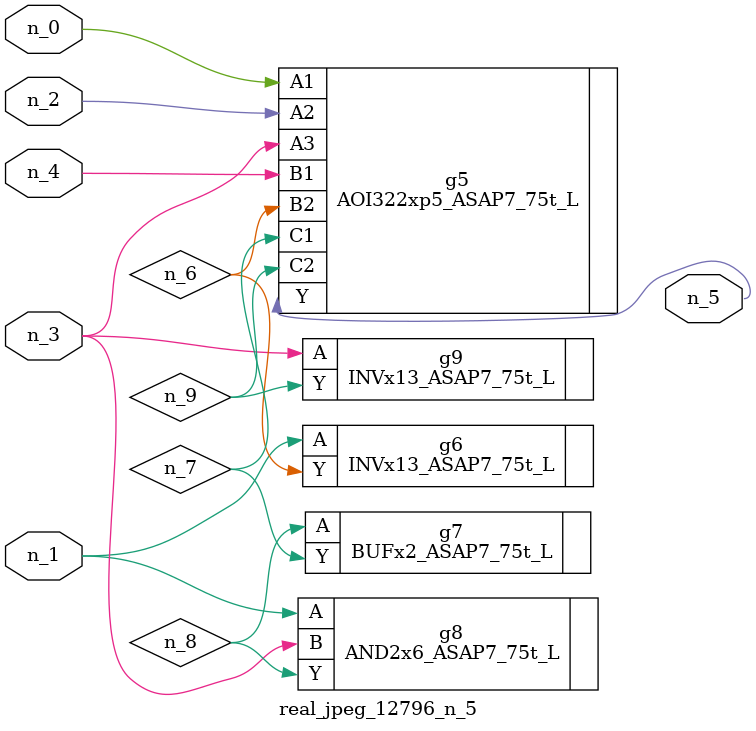
<source format=v>
module real_jpeg_12796_n_5 (n_4, n_0, n_1, n_2, n_3, n_5);

input n_4;
input n_0;
input n_1;
input n_2;
input n_3;

output n_5;

wire n_8;
wire n_6;
wire n_7;
wire n_9;

AOI322xp5_ASAP7_75t_L g5 ( 
.A1(n_0),
.A2(n_2),
.A3(n_3),
.B1(n_4),
.B2(n_6),
.C1(n_7),
.C2(n_9),
.Y(n_5)
);

INVx13_ASAP7_75t_L g6 ( 
.A(n_1),
.Y(n_6)
);

AND2x6_ASAP7_75t_L g8 ( 
.A(n_1),
.B(n_3),
.Y(n_8)
);

INVx13_ASAP7_75t_L g9 ( 
.A(n_3),
.Y(n_9)
);

BUFx2_ASAP7_75t_L g7 ( 
.A(n_8),
.Y(n_7)
);


endmodule
</source>
